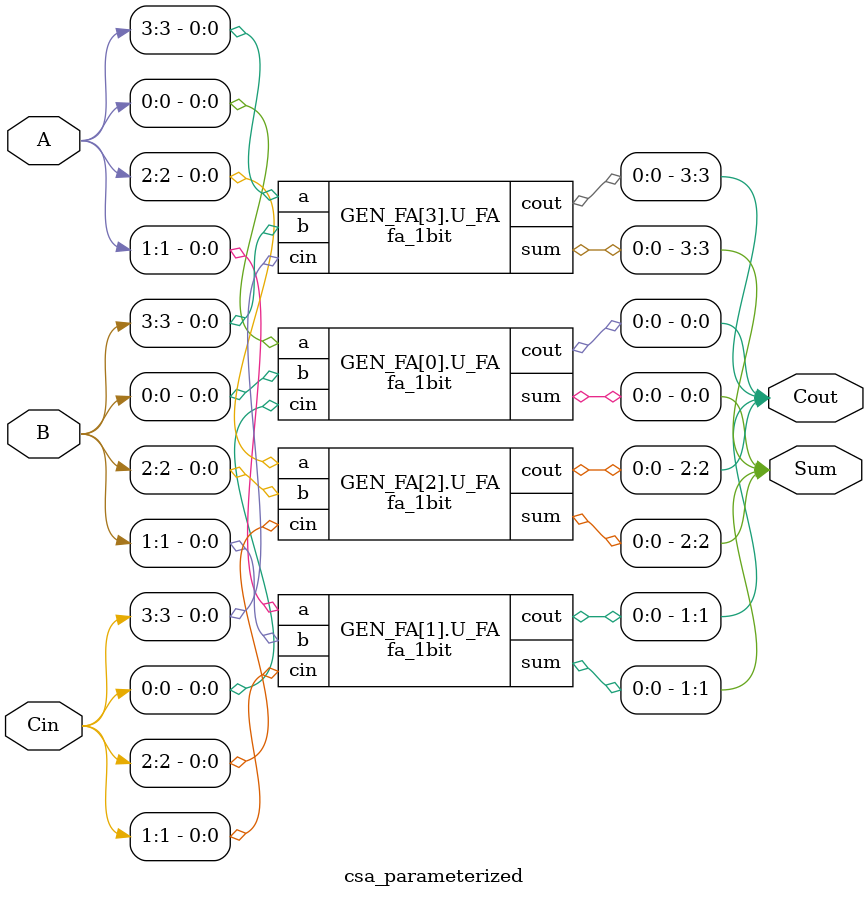
<source format=v>
`timescale 1ns/1ps

module fa_1bit(
    input  wire a,     // bit de A
    input  wire b,     // bit de B
    input  wire cin,   // bit de Cin
    output wire sum,   // soma local
    output wire cout   // carry local
);
    // Implementação puramente booleana (estrutura de portas)
    assign sum  = a ^ b ^ cin;                        // XOR de 3 entradas
    assign cout = (a & b) | (b & cin) | (a & cin);    // função majoritária
endmodule

// ---------------- Topo parametrizado ----------------------------------------
module csa_parameterized
#(
    parameter integer WIDTH = 4 // Largura padrão
)
(
    input  wire [WIDTH-1:0] A,   // Operando A
    input  wire [WIDTH-1:0] B,   // Operando B
    input  wire [WIDTH-1:0] Cin, // Terceiro operando
    output wire [WIDTH-1:0] Sum, // Vetor de somas
    output wire [WIDTH-1:0] Cout // Vetor de carries
);
    genvar i; // índice de geração
    generate
        // Instancia WIDTH full-adders independentes
        for (i = 0; i < WIDTH; i = i + 1) begin : GEN_FA
            fa_1bit U_FA (
                .a   (A[i]),
                .b   (B[i]),
                .cin (Cin[i]),
                .sum (Sum[i]),
                .cout(Cout[i])
            );
        end
    endgenerate
endmodule

</source>
